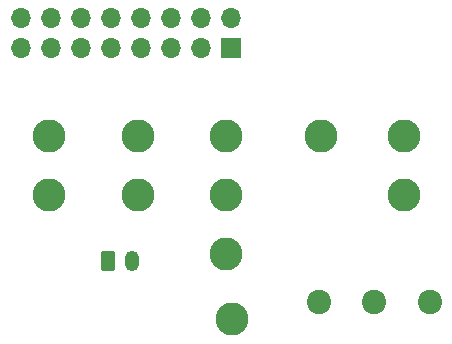
<source format=gbr>
%TF.GenerationSoftware,KiCad,Pcbnew,8.0.1*%
%TF.CreationDate,2024-03-24T16:32:44+02:00*%
%TF.ProjectId,88_Project,38385f50-726f-46a6-9563-742e6b696361,5*%
%TF.SameCoordinates,Original*%
%TF.FileFunction,Soldermask,Bot*%
%TF.FilePolarity,Negative*%
%FSLAX46Y46*%
G04 Gerber Fmt 4.6, Leading zero omitted, Abs format (unit mm)*
G04 Created by KiCad (PCBNEW 8.0.1) date 2024-03-24 16:32:44*
%MOMM*%
%LPD*%
G01*
G04 APERTURE LIST*
G04 Aperture macros list*
%AMRoundRect*
0 Rectangle with rounded corners*
0 $1 Rounding radius*
0 $2 $3 $4 $5 $6 $7 $8 $9 X,Y pos of 4 corners*
0 Add a 4 corners polygon primitive as box body*
4,1,4,$2,$3,$4,$5,$6,$7,$8,$9,$2,$3,0*
0 Add four circle primitives for the rounded corners*
1,1,$1+$1,$2,$3*
1,1,$1+$1,$4,$5*
1,1,$1+$1,$6,$7*
1,1,$1+$1,$8,$9*
0 Add four rect primitives between the rounded corners*
20,1,$1+$1,$2,$3,$4,$5,0*
20,1,$1+$1,$4,$5,$6,$7,0*
20,1,$1+$1,$6,$7,$8,$9,0*
20,1,$1+$1,$8,$9,$2,$3,0*%
G04 Aperture macros list end*
%ADD10C,2.057400*%
%ADD11C,2.800000*%
%ADD12RoundRect,0.250000X-0.350000X-0.625000X0.350000X-0.625000X0.350000X0.625000X-0.350000X0.625000X0*%
%ADD13O,1.200000X1.750000*%
%ADD14R,1.700000X1.700000*%
%ADD15O,1.700000X1.700000*%
G04 APERTURE END LIST*
D10*
%TO.C,SW1*%
X81301000Y-127000000D03*
X86000000Y-127000000D03*
X90699000Y-127000000D03*
%TD*%
D11*
%TO.C,TP7*%
X73500000Y-118000000D03*
%TD*%
%TO.C,TP6*%
X66000000Y-113000000D03*
%TD*%
%TO.C,TP8*%
X73500000Y-123000000D03*
%TD*%
%TO.C,TP4*%
X58500000Y-118000000D03*
%TD*%
%TO.C,TP1*%
X66000000Y-118000000D03*
%TD*%
%TO.C,TP3*%
X58500000Y-113000000D03*
%TD*%
%TO.C,TP5*%
X73500000Y-113000000D03*
%TD*%
%TO.C,TP11*%
X88500000Y-118000000D03*
%TD*%
%TO.C,TP10*%
X81500000Y-113000000D03*
%TD*%
%TO.C,TP12*%
X74000000Y-128500000D03*
%TD*%
%TO.C,TP9*%
X88500000Y-113000000D03*
%TD*%
D12*
%TO.C,J2*%
X63500000Y-123550000D03*
D13*
X65500000Y-123550000D03*
%TD*%
D14*
%TO.C,J1*%
X73875000Y-105540000D03*
D15*
X73875000Y-103000000D03*
X71335000Y-105540000D03*
X71335000Y-103000000D03*
X68795000Y-105540000D03*
X68795000Y-103000000D03*
X66255000Y-105540000D03*
X66255000Y-103000000D03*
X63715000Y-105540000D03*
X63715000Y-103000000D03*
X61175000Y-105540000D03*
X61175000Y-103000000D03*
X58635000Y-105540000D03*
X58635000Y-103000000D03*
X56095000Y-105540000D03*
X56095000Y-103000000D03*
%TD*%
M02*

</source>
